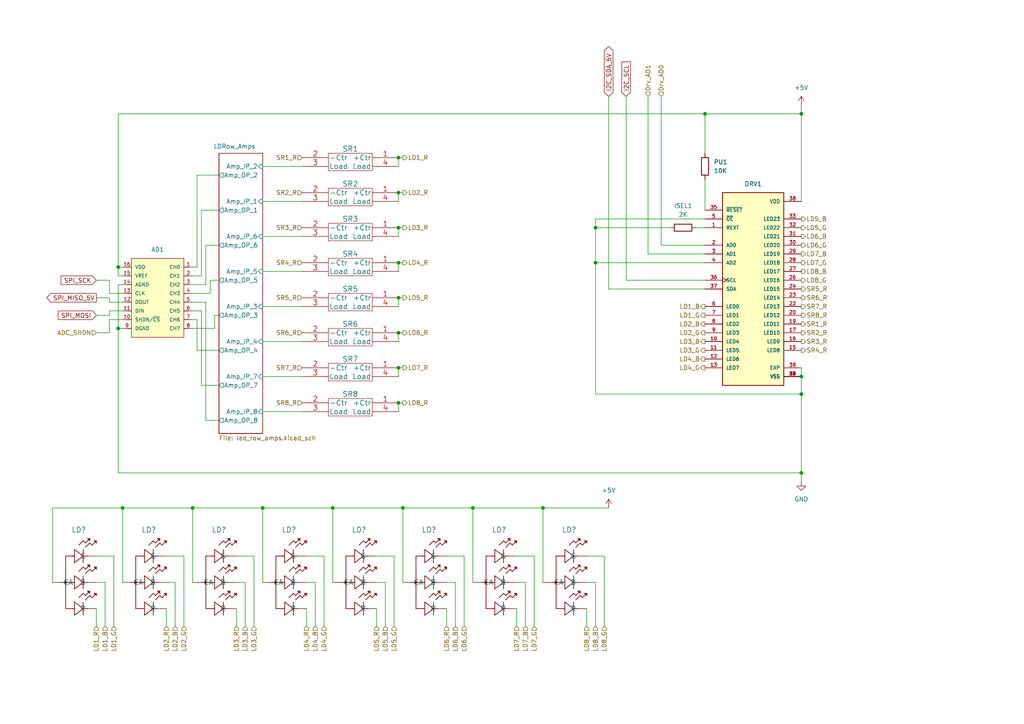
<source format=kicad_sch>
(kicad_sch (version 20211123) (generator eeschema)
  (paper "A4")
  (lib_symbols
    (symbol "ADC:MCU-MCP3008-I{brace}slash}P(DIP16-7.62MM)" (pin_names (offset 1.016))
      (property "Reference" "LED_Row_ADC_1" (at -0.381 15.24 0))
      (symbol "MCU-MCP3008-I{brace}slash}P(DIP16-7.62MM)_0_0"
        (rectangle (start -7.62 11.43) (end 7.62 -11.43) (stroke (width 0.1524)) (fill (type background)))
        (polyline (pts (xy -8.89 -8.89) (xy -7.62 -8.89)) (stroke (width 0.1524)))
        (polyline (pts (xy -8.89 -6.35) (xy -7.62 -6.35)) (stroke (width 0.1524)))
        (polyline (pts (xy -8.89 -3.81) (xy -7.62 -3.81)) (stroke (width 0.1524)))
        (polyline (pts (xy -8.89 -1.27) (xy -7.62 -1.27)) (stroke (width 0.1524)))
        (polyline (pts (xy -8.89 1.27) (xy -7.62 1.27)) (stroke (width 0.1524)))
        (polyline (pts (xy -8.89 3.81) (xy -7.62 3.81)) (stroke (width 0.1524)))
        (polyline (pts (xy -8.89 6.35) (xy -7.62 6.35)) (stroke (width 0.1524)))
        (polyline (pts (xy -8.89 8.89) (xy -7.62 8.89)) (stroke (width 0.1524)))
        (polyline (pts (xy 7.62 -8.89) (xy 8.89 -8.89)) (stroke (width 0.1524)))
        (polyline (pts (xy 7.62 -6.35) (xy 8.89 -6.35)) (stroke (width 0.1524)))
        (polyline (pts (xy 7.62 -3.81) (xy 8.89 -3.81)) (stroke (width 0.1524)))
        (polyline (pts (xy 7.62 -1.27) (xy 8.89 -1.27)) (stroke (width 0.1524)))
        (polyline (pts (xy 7.62 1.27) (xy 8.89 1.27)) (stroke (width 0.1524)))
        (polyline (pts (xy 7.62 3.81) (xy 8.89 3.81)) (stroke (width 0.1524)))
        (polyline (pts (xy 7.62 6.35) (xy 8.89 6.35)) (stroke (width 0.1524)))
        (polyline (pts (xy 7.62 8.89) (xy 8.89 8.89)) (stroke (width 0.1524)))
        (pin input line (at -10.16 8.89 0) (length 2.54) (name "CH0") (number "1"))
        (pin input line (at 10.16 -6.35 180) (length 2.54) (name "SHDN/~{CS}") (number "10"))
        (pin input line (at 10.16 -3.81 180) (length 2.54) (name "DIN") (number "11"))
        (pin output line (at 10.16 -1.27 180) (length 2.54) (name "DOUT") (number "12"))
        (pin input line (at 10.16 1.27 180) (length 2.54) (name "CLK") (number "13"))
        (pin power_in line (at 10.16 3.81 180) (length 2.54) (name "AGND") (number "14"))
        (pin input line (at 10.16 6.35 180) (length 2.54) (name "VREF") (number "15"))
        (pin power_in line (at 10.16 8.89 180) (length 2.54) (name "VDD") (number "16"))
        (pin input line (at -10.16 6.35 0) (length 2.54) (name "CH1") (number "2"))
        (pin input line (at -10.16 3.81 0) (length 2.54) (name "CH2") (number "3"))
        (pin input line (at -10.16 1.27 0) (length 2.54) (name "CH3") (number "4"))
        (pin input line (at -10.16 -1.27 0) (length 2.54) (name "CH4") (number "5"))
        (pin input line (at -10.16 -3.81 0) (length 2.54) (name "CH5") (number "6"))
        (pin input line (at -10.16 -6.35 0) (length 2.54) (name "CH6") (number "7"))
        (pin input line (at -10.16 -8.89 0) (length 2.54) (name "CH7") (number "8"))
        (pin input line (at 10.16 -8.89 180) (length 2.54) (name "DGND") (number "9"))
      )
    )
    (symbol "Device:R" (pin_numbers hide) (pin_names (offset 0))
      (property "Reference" "R" (at 2.032 0 90))
      (property "Value" "R" (at 0 0 90))
      (symbol "R_0_1"
        (rectangle (start -1.016 -2.54) (end 1.016 2.54) (stroke (width 0.254)))
      )
      (symbol "R_1_1"
        (pin passive line (at 0 3.81 270) (length 1.27) (name "~") (number "1"))
        (pin passive line (at 0 -3.81 90) (length 1.27) (name "~") (number "2"))
      )
    )
    (symbol "LED Driver:PCA9956BTWY" (pin_names (offset 1.016))
      (property "Reference" "LED_Driver_1" (at 0 30.48 0))
      (symbol "PCA9956BTWY_0_0"
        (rectangle (start -8.89 27.94) (end 8.89 -27.94) (stroke (width 0.254)) (fill (type background)))
        (pin input line (at -13.97 17.78 0) (length 5.08) (name "REXT") (number "1"))
        (pin output line (at -13.97 -15.24 0) (length 5.08) (name "LED4") (number "10"))
        (pin output line (at -13.97 -17.78 0) (length 5.08) (name "LED5") (number "11"))
        (pin output line (at -13.97 -20.32 0) (length 5.08) (name "LED6") (number "12"))
        (pin output line (at -13.97 -22.86 0) (length 5.08) (name "LED7") (number "13"))
        (pin power_in line (at 13.97 -25.4 180) (length 5.08) (name "VSS") (number "14"))
        (pin output line (at 13.97 -17.78 180) (length 5.08) (name "LED8") (number "15"))
        (pin output line (at 13.97 -15.24 180) (length 5.08) (name "LED9") (number "16"))
        (pin output line (at 13.97 -12.7 180) (length 5.08) (name "LED10") (number "17"))
        (pin power_in line (at 13.97 -25.4 180) (length 5.08) (name "VSS") (number "18"))
        (pin output line (at 13.97 -10.16 180) (length 5.08) (name "LED11") (number "19"))
        (pin input line (at -13.97 12.7 0) (length 5.08) (name "AD0") (number "2"))
        (pin output line (at 13.97 -7.62 180) (length 5.08) (name "LED12") (number "20"))
        (pin power_in line (at 13.97 -25.4 180) (length 5.08) (name "VSS") (number "21"))
        (pin output line (at 13.97 -5.08 180) (length 5.08) (name "LED13") (number "22"))
        (pin output line (at 13.97 -2.54 180) (length 5.08) (name "LED14") (number "23"))
        (pin output line (at 13.97 0 180) (length 5.08) (name "LED15") (number "24"))
        (pin power_in line (at 13.97 -25.4 180) (length 5.08) (name "VSS") (number "25"))
        (pin output line (at 13.97 2.54 180) (length 5.08) (name "LED16") (number "26"))
        (pin output line (at 13.97 5.08 180) (length 5.08) (name "LED17") (number "27"))
        (pin output line (at 13.97 7.62 180) (length 5.08) (name "LED18") (number "28"))
        (pin output line (at 13.97 10.16 180) (length 5.08) (name "LED19") (number "29"))
        (pin input line (at -13.97 10.16 0) (length 5.08) (name "AD1") (number "3"))
        (pin output line (at 13.97 12.7 180) (length 5.08) (name "LED20") (number "30"))
        (pin output line (at 13.97 15.24 180) (length 5.08) (name "LED21") (number "31"))
        (pin output line (at 13.97 17.78 180) (length 5.08) (name "LED22") (number "32"))
        (pin output line (at 13.97 20.32 180) (length 5.08) (name "LED23") (number "33"))
        (pin power_in line (at 13.97 -25.4 180) (length 5.08) (name "VSS") (number "34"))
        (pin input line (at -13.97 22.86 0) (length 5.08) (name "~{RESET}") (number "35"))
        (pin input clock (at -13.97 2.54 0) (length 5.08) (name "SCL") (number "36"))
        (pin bidirectional line (at -13.97 0 0) (length 5.08) (name "SDA") (number "37"))
        (pin power_in line (at 13.97 25.4 180) (length 5.08) (name "VDD") (number "38"))
        (pin power_in line (at 13.97 -22.86 180) (length 5.08) (name "EXP") (number "39"))
        (pin input line (at -13.97 7.62 0) (length 5.08) (name "AD2") (number "4"))
        (pin input line (at -13.97 20.32 0) (length 5.08) (name "~{OE}") (number "5"))
        (pin output line (at -13.97 -5.08 0) (length 5.08) (name "LED0") (number "6"))
        (pin output line (at -13.97 -7.62 0) (length 5.08) (name "LED1") (number "7"))
        (pin output line (at -13.97 -10.16 0) (length 5.08) (name "LED2") (number "8"))
        (pin output line (at -13.97 -12.7 0) (length 5.08) (name "LED3") (number "9"))
      )
    )
    (symbol "RGB LED:WP154A4SEJ3VBDZGC{brace}slash}CA" (pin_numbers hide)
      (property "Reference" "LED" (at 5.08 -11.43 0))
      (property "Value" "WP154A4SEJ3VBDZGC{brace}slash}CA" (at 5.08 -13.97 0))
      (symbol "WP154A4SEJ3VBDZGC{brace}slash}CA_1_1"
        (polyline (pts (xy 2.54 0) (xy 6.0198 0)) (stroke (width 0.2032)))
        (polyline (pts (xy 3.81 -7.62) (xy 6.0198 -7.62)) (stroke (width 0.2032)))
        (polyline (pts (xy 3.81 7.62) (xy 3.81 -7.62)) (stroke (width 0.2032)))
        (polyline (pts (xy 3.81 7.62) (xy 6.0198 7.62)) (stroke (width 0.2032)))
        (polyline (pts (xy 5.715 -7.62) (xy 6.35 -7.62)) (stroke (width 0.2032)))
        (polyline (pts (xy 5.715 0) (xy 6.35 0)) (stroke (width 0.2032)))
        (polyline (pts (xy 5.715 7.62) (xy 6.35 7.62)) (stroke (width 0.2032)))
        (polyline (pts (xy 6.35 -9.525) (xy 8.89 -7.62)) (stroke (width 0.2032)))
        (polyline (pts (xy 6.35 -5.715) (xy 6.35 -9.525)) (stroke (width 0.2032)))
        (polyline (pts (xy 6.35 -1.905) (xy 8.89 0)) (stroke (width 0.2032)))
        (polyline (pts (xy 6.35 1.905) (xy 6.35 -1.905)) (stroke (width 0.2032)))
        (polyline (pts (xy 6.35 5.715) (xy 8.89 7.62)) (stroke (width 0.2032)))
        (polyline (pts (xy 6.35 9.525) (xy 6.35 5.715)) (stroke (width 0.2032)))
        (polyline (pts (xy 7.62 -4.445) (xy 8.89 -3.175)) (stroke (width 0.2032)))
        (polyline (pts (xy 7.62 3.175) (xy 8.89 4.445)) (stroke (width 0.2032)))
        (polyline (pts (xy 7.62 10.795) (xy 8.89 12.065)) (stroke (width 0.2032)))
        (polyline (pts (xy 8.89 -9.525) (xy 8.89 -5.715)) (stroke (width 0.2032)))
        (polyline (pts (xy 8.89 -7.62) (xy 6.35 -5.715)) (stroke (width 0.2032)))
        (polyline (pts (xy 8.89 -7.62) (xy 10.16 -7.62)) (stroke (width 0.2032)))
        (polyline (pts (xy 8.89 -3.175) (xy 9.525 -3.81)) (stroke (width 0.2032)))
        (polyline (pts (xy 8.89 -1.905) (xy 8.89 1.905)) (stroke (width 0.2032)))
        (polyline (pts (xy 8.89 0) (xy 6.35 1.905)) (stroke (width 0.2032)))
        (polyline (pts (xy 8.89 0) (xy 10.16 0)) (stroke (width 0.2032)))
        (polyline (pts (xy 8.89 4.445) (xy 9.525 3.81)) (stroke (width 0.2032)))
        (polyline (pts (xy 8.89 5.715) (xy 8.89 9.525)) (stroke (width 0.2032)))
        (polyline (pts (xy 8.89 7.62) (xy 6.35 9.525)) (stroke (width 0.2032)))
        (polyline (pts (xy 8.89 7.62) (xy 10.16 7.62)) (stroke (width 0.2032)))
        (polyline (pts (xy 8.89 12.065) (xy 9.525 11.43)) (stroke (width 0.2032)))
        (polyline (pts (xy 9.525 -5.08) (xy 10.795 -3.81)) (stroke (width 0.2032)))
        (polyline (pts (xy 9.525 -3.81) (xy 10.795 -2.54)) (stroke (width 0.2032)))
        (polyline (pts (xy 9.525 2.54) (xy 10.795 3.81)) (stroke (width 0.2032)))
        (polyline (pts (xy 9.525 3.81) (xy 10.795 5.08)) (stroke (width 0.2032)))
        (polyline (pts (xy 9.525 10.16) (xy 10.795 11.43)) (stroke (width 0.2032)))
        (polyline (pts (xy 9.525 11.43) (xy 10.795 12.7)) (stroke (width 0.2032)))
        (polyline (pts (xy 10.16 -2.54) (xy 10.795 -3.175)) (stroke (width 0.2032)))
        (polyline (pts (xy 10.16 5.08) (xy 10.795 4.445)) (stroke (width 0.2032)))
        (polyline (pts (xy 10.16 12.7) (xy 10.795 12.065)) (stroke (width 0.2032)))
        (polyline (pts (xy 10.795 -3.81) (xy 11.43 -4.445)) (stroke (width 0.2032)))
        (polyline (pts (xy 10.795 -3.175) (xy 10.795 -2.54)) (stroke (width 0.2032)))
        (polyline (pts (xy 10.795 -2.54) (xy 10.16 -2.54)) (stroke (width 0.2032)))
        (polyline (pts (xy 10.795 3.81) (xy 11.43 3.175)) (stroke (width 0.2032)))
        (polyline (pts (xy 10.795 4.445) (xy 10.795 5.08)) (stroke (width 0.2032)))
        (polyline (pts (xy 10.795 5.08) (xy 10.16 5.08)) (stroke (width 0.2032)))
        (polyline (pts (xy 10.795 11.43) (xy 11.43 10.795)) (stroke (width 0.2032)))
        (polyline (pts (xy 10.795 12.065) (xy 10.795 12.7)) (stroke (width 0.2032)))
        (polyline (pts (xy 10.795 12.7) (xy 10.16 12.7)) (stroke (width 0.2032)))
        (polyline (pts (xy 11.43 -4.445) (xy 12.7 -3.175)) (stroke (width 0.2032)))
        (polyline (pts (xy 11.43 3.175) (xy 12.7 4.445)) (stroke (width 0.2032)))
        (polyline (pts (xy 11.43 10.795) (xy 12.7 12.065)) (stroke (width 0.2032)))
        (polyline (pts (xy 12.065 -3.175) (xy 12.7 -3.81)) (stroke (width 0.2032)))
        (polyline (pts (xy 12.065 4.445) (xy 12.7 3.81)) (stroke (width 0.2032)))
        (polyline (pts (xy 12.065 12.065) (xy 12.7 11.43)) (stroke (width 0.2032)))
        (polyline (pts (xy 12.7 -3.81) (xy 12.7 -3.175)) (stroke (width 0.2032)))
        (polyline (pts (xy 12.7 -3.175) (xy 12.065 -3.175)) (stroke (width 0.2032)))
        (polyline (pts (xy 12.7 3.81) (xy 12.7 4.445)) (stroke (width 0.2032)))
        (polyline (pts (xy 12.7 4.445) (xy 12.065 4.445)) (stroke (width 0.2032)))
        (polyline (pts (xy 12.7 11.43) (xy 12.7 12.065)) (stroke (width 0.2032)))
        (polyline (pts (xy 12.7 12.065) (xy 12.065 12.065)) (stroke (width 0.2032)))
        (arc (start 3.81 -0.254) (mid 3.81 0.254) (end 3.81 -0.254) (stroke (width 0.254)))
        (circle (center 3.81 0) (radius 0.254) (stroke (width 0.254)))
        (pin unspecified line (at 12.7 -7.62 180) (length 2.54) (name "R") (number "1"))
        (pin power_in line (at 0 0 0) (length 2.54) (name "CA") (number "2"))
        (pin unspecified line (at 12.7 0 180) (length 2.54) (name "B") (number "3"))
        (pin unspecified line (at 12.7 7.62 180) (length 2.54) (name "G") (number "4"))
      )
    )
    (symbol "SSR:TLP4176ATP_F" (pin_names (offset 0.254))
      (property "Reference" "Q" (at 0 3.81 0))
      (symbol "TLP4176ATP_F_1_1"
        (polyline (pts (xy -6.35 -2.54) (xy 6.35 -2.54)) (stroke (width 0.127)))
        (polyline (pts (xy -6.35 2.54) (xy -6.35 -2.54)) (stroke (width 0.127)))
        (polyline (pts (xy 6.35 -2.54) (xy 6.35 2.54)) (stroke (width 0.127)))
        (polyline (pts (xy 6.35 2.54) (xy -6.35 2.54)) (stroke (width 0.127)))
        (pin unspecified line (at 13.97 1.27 180) (length 7.62) (name "+Ctr") (number "1"))
        (pin unspecified line (at -13.97 1.27 0) (length 7.62) (name "-Ctr") (number "2"))
        (pin unspecified line (at -13.97 -1.27 0) (length 7.62) (name "Load") (number "3"))
        (pin unspecified line (at 13.97 -1.27 180) (length 7.62) (name "Load") (number "4"))
      )
    )
    (symbol "power:+5V" (power) (pin_names (offset 0))
      (property "Value" "+5V" (at 0 3.556 0))
      (symbol "+5V_0_1"
        (polyline (pts (xy -0.762 1.27) (xy 0 2.54)))
        (polyline (pts (xy 0 0) (xy 0 2.54)))
        (polyline (pts (xy 0 2.54) (xy 0.762 1.27)))
      )
      (symbol "+5V_1_1"
        (pin power_in line (at 0 0 90) (length 0) hide (name "+5V") (number "1"))
      )
    )
    (symbol "power:GND" (power) (pin_names (offset 0))
      (property "Value" "GND" (at 0 -3.81 0))
      (symbol "GND_0_1"
        (polyline (pts (xy 0 0) (xy 0 -1.27) (xy 1.27 -1.27) (xy 0 -2.54) (xy -1.27 -1.27) (xy 0 -1.27)))
      )
      (symbol "GND_1_1"
        (pin power_in line (at 0 0 270) (length 0) hide (name "GND") (number "1"))
      )
    )
  )
  (junction (at 137.16 147.32))
  (junction (at 34.29 95.25))
  (junction (at 172.72 76.2))
  (junction (at 115.57 66.04))
  (junction (at 232.41 114.3))
  (junction (at 115.57 45.72))
  (junction (at 172.72 66.04))
  (junction (at 116.84 147.32))
  (junction (at 115.57 116.84))
  (junction (at 55.88 147.32))
  (junction (at 115.57 86.36))
  (junction (at 115.57 106.68))
  (junction (at 232.41 33.02))
  (junction (at 34.29 77.47))
  (junction (at 115.57 76.2))
  (junction (at 232.41 109.22))
  (junction (at 96.52 147.32))
  (junction (at 115.57 55.88))
  (junction (at 35.56 147.32))
  (junction (at 232.41 137.16))
  (junction (at 76.2 147.32))
  (junction (at 204.47 33.02))
  (junction (at 115.57 96.52))
  (junction (at 157.48 147.32))
  (wire (pts (xy 53.34 161.29) (xy 53.34 181.61)))
  (wire (pts (xy 134.62 161.29) (xy 134.62 181.61)))
  (wire (pts (xy 63.5 60.96) (xy 58.42 60.96)))
  (wire (pts (xy 48.26 176.53) (xy 48.26 181.61)))
  (wire (pts (xy 175.26 161.29) (xy 175.26 181.61)))
  (wire (pts (xy 27.94 168.91) (xy 30.48 168.91)))
  (wire (pts (xy 154.94 161.29) (xy 154.94 181.61)))
  (wire (pts (xy 115.57 78.74) (xy 115.57 76.2)))
  (wire (pts (xy 132.08 168.91) (xy 132.08 181.61)))
  (wire (pts (xy 76.2 48.26) (xy 87.63 48.26)))
  (wire (pts (xy 76.2 119.38) (xy 87.63 119.38)))
  (wire (pts (xy 172.72 66.04) (xy 172.72 63.5)))
  (wire (pts (xy 31.75 96.52) (xy 31.75 92.71)))
  (wire (pts (xy 232.41 106.68) (xy 232.41 109.22)))
  (wire (pts (xy 68.58 168.91) (xy 71.12 168.91)))
  (wire (pts (xy 55.88 147.32) (xy 76.2 147.32)))
  (wire (pts (xy 115.57 58.42) (xy 115.57 55.88)))
  (wire (pts (xy 157.48 147.32) (xy 176.53 147.32)))
  (wire (pts (xy 109.22 161.29) (xy 114.3 161.29)))
  (wire (pts (xy 34.29 77.47) (xy 34.29 80.01)))
  (wire (pts (xy 76.2 58.42) (xy 87.63 58.42)))
  (wire (pts (xy 129.54 161.29) (xy 134.62 161.29)))
  (wire (pts (xy 57.15 101.6) (xy 57.15 92.71)))
  (wire (pts (xy 191.77 27.94) (xy 191.77 71.12)))
  (wire (pts (xy 34.29 80.01) (xy 35.56 80.01)))
  (wire (pts (xy 115.57 66.04) (xy 116.84 66.04)))
  (wire (pts (xy 232.41 114.3) (xy 232.41 137.16)))
  (wire (pts (xy 71.12 168.91) (xy 71.12 181.61)))
  (wire (pts (xy 60.96 85.09) (xy 55.88 85.09)))
  (wire (pts (xy 152.4 168.91) (xy 152.4 181.61)))
  (wire (pts (xy 63.5 50.8) (xy 57.15 50.8)))
  (wire (pts (xy 63.5 111.76) (xy 58.42 111.76)))
  (wire (pts (xy 115.57 76.2) (xy 116.84 76.2)))
  (wire (pts (xy 60.96 81.28) (xy 60.96 85.09)))
  (wire (pts (xy 59.69 82.55) (xy 55.88 82.55)))
  (wire (pts (xy 115.57 88.9) (xy 115.57 86.36)))
  (wire (pts (xy 181.61 27.94) (xy 181.61 81.28)))
  (wire (pts (xy 170.18 168.91) (xy 172.72 168.91)))
  (wire (pts (xy 115.57 86.36) (xy 116.84 86.36)))
  (wire (pts (xy 35.56 147.32) (xy 55.88 147.32)))
  (wire (pts (xy 201.93 66.04) (xy 204.47 66.04)))
  (wire (pts (xy 58.42 90.17) (xy 55.88 90.17)))
  (wire (pts (xy 48.26 168.91) (xy 50.8 168.91)))
  (wire (pts (xy 172.72 66.04) (xy 194.31 66.04)))
  (wire (pts (xy 172.72 76.2) (xy 172.72 66.04)))
  (wire (pts (xy 35.56 147.32) (xy 35.56 168.91)))
  (wire (pts (xy 115.57 109.22) (xy 115.57 106.68)))
  (wire (pts (xy 76.2 99.06) (xy 87.63 99.06)))
  (wire (pts (xy 232.41 114.3) (xy 172.72 114.3)))
  (wire (pts (xy 109.22 168.91) (xy 111.76 168.91)))
  (wire (pts (xy 96.52 147.32) (xy 96.52 168.91)))
  (wire (pts (xy 63.5 121.92) (xy 59.69 121.92)))
  (wire (pts (xy 109.22 176.53) (xy 109.22 181.61)))
  (wire (pts (xy 115.57 96.52) (xy 116.84 96.52)))
  (wire (pts (xy 34.29 95.25) (xy 34.29 137.16)))
  (wire (pts (xy 27.94 86.36) (xy 31.75 86.36)))
  (wire (pts (xy 48.26 161.29) (xy 53.34 161.29)))
  (wire (pts (xy 129.54 168.91) (xy 132.08 168.91)))
  (wire (pts (xy 68.58 176.53) (xy 68.58 181.61)))
  (wire (pts (xy 34.29 137.16) (xy 232.41 137.16)))
  (wire (pts (xy 76.2 78.74) (xy 87.63 78.74)))
  (wire (pts (xy 115.57 48.26) (xy 115.57 45.72)))
  (wire (pts (xy 116.84 147.32) (xy 137.16 147.32)))
  (wire (pts (xy 88.9 161.29) (xy 93.98 161.29)))
  (wire (pts (xy 58.42 60.96) (xy 58.42 80.01)))
  (wire (pts (xy 59.69 71.12) (xy 59.69 82.55)))
  (wire (pts (xy 115.57 99.06) (xy 115.57 96.52)))
  (wire (pts (xy 31.75 91.44) (xy 31.75 90.17)))
  (wire (pts (xy 31.75 92.71) (xy 35.56 92.71)))
  (wire (pts (xy 34.29 95.25) (xy 35.56 95.25)))
  (wire (pts (xy 115.57 45.72) (xy 116.84 45.72)))
  (wire (pts (xy 50.8 168.91) (xy 50.8 181.61)))
  (wire (pts (xy 59.69 121.92) (xy 59.69 87.63)))
  (wire (pts (xy 57.15 77.47) (xy 55.88 77.47)))
  (wire (pts (xy 76.2 109.22) (xy 87.63 109.22)))
  (wire (pts (xy 170.18 176.53) (xy 170.18 181.61)))
  (wire (pts (xy 63.5 71.12) (xy 59.69 71.12)))
  (wire (pts (xy 27.94 81.28) (xy 31.75 81.28)))
  (wire (pts (xy 204.47 33.02) (xy 204.47 44.45)))
  (wire (pts (xy 73.66 161.29) (xy 73.66 181.61)))
  (wire (pts (xy 34.29 77.47) (xy 34.29 33.02)))
  (wire (pts (xy 30.48 168.91) (xy 30.48 181.61)))
  (wire (pts (xy 33.02 161.29) (xy 33.02 181.61)))
  (wire (pts (xy 58.42 80.01) (xy 55.88 80.01)))
  (wire (pts (xy 116.84 147.32) (xy 116.84 168.91)))
  (wire (pts (xy 68.58 161.29) (xy 73.66 161.29)))
  (wire (pts (xy 76.2 147.32) (xy 76.2 168.91)))
  (wire (pts (xy 15.24 147.32) (xy 35.56 147.32)))
  (wire (pts (xy 232.41 30.48) (xy 232.41 33.02)))
  (wire (pts (xy 187.96 73.66) (xy 204.47 73.66)))
  (wire (pts (xy 176.53 83.82) (xy 204.47 83.82)))
  (wire (pts (xy 172.72 114.3) (xy 172.72 76.2)))
  (wire (pts (xy 176.53 27.94) (xy 176.53 83.82)))
  (wire (pts (xy 57.15 92.71) (xy 55.88 92.71)))
  (wire (pts (xy 191.77 71.12) (xy 204.47 71.12)))
  (wire (pts (xy 93.98 161.29) (xy 93.98 181.61)))
  (wire (pts (xy 27.94 96.52) (xy 31.75 96.52)))
  (wire (pts (xy 35.56 77.47) (xy 34.29 77.47)))
  (wire (pts (xy 76.2 147.32) (xy 96.52 147.32)))
  (wire (pts (xy 96.52 147.32) (xy 116.84 147.32)))
  (wire (pts (xy 114.3 161.29) (xy 114.3 181.61)))
  (wire (pts (xy 232.41 109.22) (xy 232.41 114.3)))
  (wire (pts (xy 137.16 147.32) (xy 137.16 168.91)))
  (wire (pts (xy 31.75 87.63) (xy 35.56 87.63)))
  (wire (pts (xy 187.96 27.94) (xy 187.96 73.66)))
  (wire (pts (xy 115.57 55.88) (xy 116.84 55.88)))
  (wire (pts (xy 88.9 176.53) (xy 88.9 181.61)))
  (wire (pts (xy 172.72 76.2) (xy 204.47 76.2)))
  (wire (pts (xy 88.9 168.91) (xy 91.44 168.91)))
  (wire (pts (xy 55.88 147.32) (xy 55.88 168.91)))
  (wire (pts (xy 59.69 87.63) (xy 55.88 87.63)))
  (wire (pts (xy 91.44 168.91) (xy 91.44 181.61)))
  (wire (pts (xy 27.94 161.29) (xy 33.02 161.29)))
  (wire (pts (xy 149.86 168.91) (xy 152.4 168.91)))
  (wire (pts (xy 31.75 81.28) (xy 31.75 85.09)))
  (wire (pts (xy 129.54 176.53) (xy 129.54 181.61)))
  (wire (pts (xy 115.57 116.84) (xy 116.84 116.84)))
  (wire (pts (xy 232.41 33.02) (xy 232.41 58.42)))
  (wire (pts (xy 15.24 168.91) (xy 15.24 147.32)))
  (wire (pts (xy 76.2 68.58) (xy 87.63 68.58)))
  (wire (pts (xy 149.86 176.53) (xy 149.86 181.61)))
  (wire (pts (xy 58.42 111.76) (xy 58.42 90.17)))
  (wire (pts (xy 115.57 119.38) (xy 115.57 116.84)))
  (wire (pts (xy 149.86 161.29) (xy 154.94 161.29)))
  (wire (pts (xy 115.57 68.58) (xy 115.57 66.04)))
  (wire (pts (xy 111.76 168.91) (xy 111.76 181.61)))
  (wire (pts (xy 35.56 82.55) (xy 34.29 82.55)))
  (wire (pts (xy 172.72 63.5) (xy 204.47 63.5)))
  (wire (pts (xy 137.16 147.32) (xy 157.48 147.32)))
  (wire (pts (xy 63.5 91.44) (xy 62.23 91.44)))
  (wire (pts (xy 34.29 82.55) (xy 34.29 95.25)))
  (wire (pts (xy 63.5 81.28) (xy 60.96 81.28)))
  (wire (pts (xy 157.48 147.32) (xy 157.48 168.91)))
  (wire (pts (xy 63.5 101.6) (xy 57.15 101.6)))
  (wire (pts (xy 204.47 33.02) (xy 232.41 33.02)))
  (wire (pts (xy 57.15 50.8) (xy 57.15 77.47)))
  (wire (pts (xy 31.75 85.09) (xy 35.56 85.09)))
  (wire (pts (xy 232.41 137.16) (xy 232.41 139.7)))
  (wire (pts (xy 27.94 176.53) (xy 27.94 181.61)))
  (wire (pts (xy 34.29 33.02) (xy 204.47 33.02)))
  (wire (pts (xy 181.61 81.28) (xy 204.47 81.28)))
  (wire (pts (xy 31.75 86.36) (xy 31.75 87.63)))
  (wire (pts (xy 115.57 106.68) (xy 116.84 106.68)))
  (wire (pts (xy 170.18 161.29) (xy 175.26 161.29)))
  (wire (pts (xy 62.23 95.25) (xy 55.88 95.25)))
  (wire (pts (xy 62.23 91.44) (xy 62.23 95.25)))
  (wire (pts (xy 172.72 168.91) (xy 172.72 181.61)))
  (wire (pts (xy 27.94 91.44) (xy 31.75 91.44)))
  (wire (pts (xy 204.47 52.07) (xy 204.47 60.96)))
  (wire (pts (xy 31.75 90.17) (xy 35.56 90.17)))
  (wire (pts (xy 76.2 88.9) (xy 87.63 88.9)))
  (global_label "I2C_SDA_5V" (shape bidirectional) (at 176.53 27.94 90) (property "Intersheet References" "${INTERSHEET_REFS}" (effects hide)))
  (global_label "SPI_MOSI" (shape input) (at 27.94 91.44 180) (property "Intersheet References" "${INTERSHEET_REFS}" (effects hide)))
  (global_label "I2C_SCL" (shape input) (at 181.61 27.94 90) (property "Intersheet References" "${INTERSHEET_REFS}" (effects hide)))
  (global_label "SPI_MISO_5V" (shape output) (at 27.94 86.36 180) (property "Intersheet References" "${INTERSHEET_REFS}" (effects hide)))
  (global_label "SPI_SCK" (shape input) (at 27.94 81.28 180) (property "Intersheet References" "${INTERSHEET_REFS}" (effects hide)))
  (hierarchical_label "LD8_B" (shape output) (at 232.41 78.74 0))
  (hierarchical_label "SR4_R" (shape output) (at 232.41 101.6 0))
  (hierarchical_label "LD1_R" (shape output) (at 116.84 45.72 0))
  (hierarchical_label "SR8_R" (shape input) (at 87.63 116.84 180))
  (hierarchical_label "LD6_B" (shape output) (at 232.41 68.58 0))
  (hierarchical_label "LD3_B" (shape input) (at 71.12 181.61 270))
  (hierarchical_label "SR5_R" (shape output) (at 232.41 83.82 0))
  (hierarchical_label "ADC_SHDN" (shape input) (at 27.94 96.52 180))
  (hierarchical_label "LD5_R" (shape output) (at 116.84 86.36 0))
  (hierarchical_label "SR4_R" (shape input) (at 87.63 76.2 180))
  (hierarchical_label "LD5_G" (shape output) (at 232.41 66.04 0))
  (hierarchical_label "LD1_B" (shape output) (at 204.47 88.9 180))
  (hierarchical_label "LD7_R" (shape output) (at 116.84 106.68 0))
  (hierarchical_label "LD4_G" (shape input) (at 93.98 181.61 270))
  (hierarchical_label "LD2_G" (shape input) (at 53.34 181.61 270))
  (hierarchical_label "LD3_G" (shape output) (at 204.47 101.6 180))
  (hierarchical_label "LD5_B" (shape output) (at 232.41 63.5 0))
  (hierarchical_label "LD1_R" (shape input) (at 27.94 181.61 270))
  (hierarchical_label "LD8_R" (shape input) (at 170.18 181.61 270))
  (hierarchical_label "LD4_G" (shape output) (at 204.47 106.68 180))
  (hierarchical_label "LD4_B" (shape input) (at 91.44 181.61 270))
  (hierarchical_label "SR3_R" (shape input) (at 87.63 66.04 180))
  (hierarchical_label "LD3_B" (shape output) (at 204.47 99.06 180))
  (hierarchical_label "LD8_R" (shape output) (at 116.84 116.84 0))
  (hierarchical_label "LD4_R" (shape output) (at 116.84 76.2 0))
  (hierarchical_label "LD4_B" (shape output) (at 204.47 104.14 180))
  (hierarchical_label "LD6_B" (shape input) (at 132.08 181.61 270))
  (hierarchical_label "LD1_G" (shape input) (at 33.02 181.61 270))
  (hierarchical_label "LD5_B" (shape input) (at 111.76 181.61 270))
  (hierarchical_label "SR5_R" (shape input) (at 87.63 86.36 180))
  (hierarchical_label "LD2_G" (shape output) (at 204.47 96.52 180))
  (hierarchical_label "LD7_R" (shape input) (at 149.86 181.61 270))
  (hierarchical_label "LD7_G" (shape input) (at 154.94 181.61 270))
  (hierarchical_label "SR7_R" (shape output) (at 232.41 88.9 0))
  (hierarchical_label "LD8_B" (shape input) (at 172.72 181.61 270))
  (hierarchical_label "LD7_G" (shape output) (at 232.41 76.2 0))
  (hierarchical_label "SR6_R" (shape output) (at 232.41 86.36 0))
  (hierarchical_label "LD1_B" (shape input) (at 30.48 181.61 270))
  (hierarchical_label "LD6_G" (shape input) (at 134.62 181.61 270))
  (hierarchical_label "SR2_R" (shape output) (at 232.41 96.52 0))
  (hierarchical_label "LD3_R" (shape input) (at 68.58 181.61 270))
  (hierarchical_label "LD6_R" (shape input) (at 129.54 181.61 270))
  (hierarchical_label "SR3_R" (shape output) (at 232.41 99.06 0))
  (hierarchical_label "SR6_R" (shape input) (at 87.63 96.52 180))
  (hierarchical_label "LD4_R" (shape input) (at 88.9 181.61 270))
  (hierarchical_label "LD5_R" (shape input) (at 109.22 181.61 270))
  (hierarchical_label "LD6_R" (shape output) (at 116.84 96.52 0))
  (hierarchical_label "Drv_AD1" (shape input) (at 187.96 27.94 90))
  (hierarchical_label "SR2_R" (shape input) (at 87.63 55.88 180))
  (hierarchical_label "LD2_R" (shape output) (at 116.84 55.88 0))
  (hierarchical_label "LD5_G" (shape input) (at 114.3 181.61 270))
  (hierarchical_label "Drv_AD0" (shape input) (at 191.77 27.94 90))
  (hierarchical_label "LD1_G" (shape output) (at 204.47 91.44 180))
  (hierarchical_label "SR7_R" (shape input) (at 87.63 106.68 180))
  (hierarchical_label "LD6_G" (shape output) (at 232.41 71.12 0))
  (hierarchical_label "LD3_R" (shape output) (at 116.84 66.04 0))
  (hierarchical_label "LD2_B" (shape input) (at 50.8 181.61 270))
  (hierarchical_label "LD8_G" (shape input) (at 175.26 181.61 270))
  (hierarchical_label "LD7_B" (shape output) (at 232.41 73.66 0))
  (hierarchical_label "SR8_R" (shape output) (at 232.41 91.44 0))
  (hierarchical_label "LD2_B" (shape output) (at 204.47 93.98 180))
  (hierarchical_label "LD8_G" (shape output) (at 232.41 81.28 0))
  (hierarchical_label "LD2_R" (shape input) (at 48.26 181.61 270))
  (hierarchical_label "LD3_G" (shape input) (at 73.66 181.61 270))
  (hierarchical_label "LD7_B" (shape input) (at 152.4 181.61 270))
  (hierarchical_label "SR1_R" (shape input) (at 87.63 45.72 180))
  (hierarchical_label "SR1_R" (shape output) (at 232.41 93.98 0))
  (symbol (lib_id "SSR:TLP4176ATP_F") (at 101.6 87.63 0) (unit 1)
    (property "Reference" "SR5" (at 101.6 83.82 0) (effects (font (size 1.524 1.524))))
    (property "Value" "TLP4176ATP_F" (effects hide))
    (property "Footprint" "SSR:footprints" (effects hide))
  )
  (symbol (lib_id "SSR:TLP4176ATP_F") (at 101.6 118.11 0) (unit 1)
    (property "Reference" "SR8" (at 101.6 114.3 0) (effects (font (size 1.524 1.524))))
    (property "Value" "TLP4176ATP_F" (effects hide))
    (property "Footprint" "SSR:footprints" (effects hide))
  )
  (symbol (lib_id "ADC:MCU-MCP3008-I{brace}slash}P(DIP16-7.62MM)") (at 45.72 86.36 0) (mirror y) (unit 1)
    (property "Reference" "AD1" (at 45.72 72.39 0))
    (property "Value" "MCU-MCP3008-I/P(DIP16-7.62MM)" (effects hide))
    (property "Footprint" "ADC:MCP3008-I&slash_P" (effects hide))
    (property "MPN" "MCP3008-I/P" (effects hide))
    (property "VALUE" "MCP3008-I/P-DIP16" (effects hide))
  )
  (symbol (lib_id "SSR:TLP4176ATP_F") (at 101.6 97.79 0) (unit 1)
    (property "Reference" "SR6" (at 101.6 93.98 0) (effects (font (size 1.524 1.524))))
    (property "Value" "TLP4176ATP_F" (effects hide))
    (property "Footprint" "SSR:footprints" (effects hide))
  )
  (symbol (lib_id "SSR:TLP4176ATP_F") (at 101.6 57.15 0) (unit 1)
    (property "Reference" "SR2" (at 101.6 53.34 0) (effects (font (size 1.524 1.524))))
    (property "Value" "TLP4176ATP_F" (effects hide))
    (property "Footprint" "SSR:footprints" (effects hide))
  )
  (symbol (lib_id "RGB LED:WP154A4SEJ3VBDZGC{brace}slash}CA") (at 55.88 168.91 0) (unit 1)
    (property "Reference" "LD?" (at 63.5 153.67 0) (effects (font (size 1.524 1.524))))
    (property "Value" "WP154A4SEJ3VBDZGC{slash}CA" (effects hide))
    (property "Footprint" "RGB LED:WP154A4SEJ3VBDZGC&slash_CA" (effects hide))
  )
  (symbol (lib_id "Device:R") (at 198.12 66.04 90) (mirror x) (unit 1)
    (property "Reference" "ISEL1" (at 198.12 59.69 90))
    (property "Value" "2K" (at 198.12 62.23 90))
    (property "Footprint" "Resistor TH:footprints" (effects hide))
  )
  (symbol (lib_id "LED Driver:PCA9956BTWY") (at 218.44 83.82 0) (unit 1)
    (property "Reference" "DRV1" (at 218.44 53.34 0))
    (property "Value" "PCA9956BTWY" (effects hide))
    (property "Footprint" "LED Driver:SOP50P640X110-39N" (effects hide))
    (property "PARTREV" "1.1" (effects hide))
    (property "MAXIMUM_PACKAGE_HEIGHT" "1.1mm" (effects hide))
    (property "MANUFACTURER" "NXP" (effects hide))
    (property "STANDARD" "IPC7351B" (effects hide))
  )
  (symbol (lib_id "RGB LED:WP154A4SEJ3VBDZGC{brace}slash}CA") (at 96.52 168.91 0) (unit 1)
    (property "Reference" "LD?" (at 104.14 153.67 0) (effects (font (size 1.524 1.524))))
    (property "Value" "WP154A4SEJ3VBDZGC{slash}CA" (effects hide))
    (property "Footprint" "RGB LED:WP154A4SEJ3VBDZGC&slash_CA" (effects hide))
  )
  (symbol (lib_id "SSR:TLP4176ATP_F") (at 101.6 107.95 0) (unit 1)
    (property "Reference" "SR7" (at 101.6 104.14 0) (effects (font (size 1.524 1.524))))
    (property "Value" "TLP4176ATP_F" (effects hide))
    (property "Footprint" "SSR:footprints" (effects hide))
  )
  (symbol (lib_id "SSR:TLP4176ATP_F") (at 101.6 67.31 0) (unit 1)
    (property "Reference" "SR3" (at 101.6 63.5 0) (effects (font (size 1.524 1.524))))
    (property "Value" "TLP4176ATP_F" (effects hide))
    (property "Footprint" "SSR:footprints" (effects hide))
  )
  (symbol (lib_id "RGB LED:WP154A4SEJ3VBDZGC{brace}slash}CA") (at 137.16 168.91 0) (unit 1)
    (property "Reference" "LD?" (at 144.78 153.67 0) (effects (font (size 1.524 1.524))))
    (property "Value" "WP154A4SEJ3VBDZGC{slash}CA" (effects hide))
    (property "Footprint" "RGB LED:WP154A4SEJ3VBDZGC&slash_CA" (effects hide))
  )
  (symbol (lib_id "power:+5V") (at 232.41 30.48 0) (unit 1)
    (property "Reference" "#PWR0106" (effects hide))
    (property "Value" "+5V" (at 232.41 25.4 0))
  )
  (symbol (lib_id "SSR:TLP4176ATP_F") (at 101.6 77.47 0) (unit 1)
    (property "Reference" "SR4" (at 101.6 73.66 0) (effects (font (size 1.524 1.524))))
    (property "Value" "TLP4176ATP_F" (effects hide))
    (property "Footprint" "SSR:footprints" (effects hide))
  )
  (symbol (lib_id "RGB LED:WP154A4SEJ3VBDZGC{brace}slash}CA") (at 35.56 168.91 0) (unit 1)
    (property "Reference" "LD?" (at 43.18 153.67 0) (effects (font (size 1.524 1.524))))
    (property "Value" "WP154A4SEJ3VBDZGC{slash}CA" (effects hide))
    (property "Footprint" "RGB LED:WP154A4SEJ3VBDZGC&slash_CA" (effects hide))
  )
  (symbol (lib_id "power:+5V") (at 176.53 147.32 0) (unit 1)
    (property "Reference" "#PWR?" (effects hide))
    (property "Value" "+5V" (at 176.53 142.24 0))
  )
  (symbol (lib_id "power:GND") (at 232.41 139.7 0) (unit 1)
    (property "Reference" "#PWR0105" (effects hide))
    (property "Value" "GND" (at 232.41 144.78 0))
  )
  (symbol (lib_id "RGB LED:WP154A4SEJ3VBDZGC{brace}slash}CA") (at 116.84 168.91 0) (unit 1)
    (property "Reference" "LD?" (at 124.46 153.67 0) (effects (font (size 1.524 1.524))))
    (property "Value" "WP154A4SEJ3VBDZGC{slash}CA" (effects hide))
    (property "Footprint" "RGB LED:WP154A4SEJ3VBDZGC&slash_CA" (effects hide))
  )
  (symbol (lib_id "RGB LED:WP154A4SEJ3VBDZGC{brace}slash}CA") (at 15.24 168.91 0) (unit 1)
    (property "Reference" "LD?" (at 22.86 153.67 0) (effects (font (size 1.524 1.524))))
    (property "Value" "WP154A4SEJ3VBDZGC{slash}CA" (effects hide))
    (property "Footprint" "RGB LED:WP154A4SEJ3VBDZGC&slash_CA" (effects hide))
  )
  (symbol (lib_id "RGB LED:WP154A4SEJ3VBDZGC{brace}slash}CA") (at 157.48 168.91 0) (unit 1)
    (property "Reference" "LD?" (at 165.1 153.67 0) (effects (font (size 1.524 1.524))))
    (property "Value" "WP154A4SEJ3VBDZGC{slash}CA" (effects hide))
    (property "Footprint" "RGB LED:WP154A4SEJ3VBDZGC&slash_CA" (effects hide))
  )
  (symbol (lib_id "Device:R") (at 204.47 48.26 0) (unit 1)
    (property "Reference" "PU1" (at 207.01 46.9899 0) (effects (justify left)))
    (property "Value" "10K" (at 207.01 49.5299 0) (effects (justify left)))
    (property "Footprint" "Resistor TH:footprints" (effects hide))
  )
  (symbol (lib_id "SSR:TLP4176ATP_F") (at 101.6 46.99 0) (unit 1)
    (property "Reference" "SR1" (at 101.6 43.18 0) (effects (font (size 1.524 1.524))))
    (property "Value" "TLP4176ATP_F" (effects hide))
    (property "Footprint" "SSR:footprints" (effects hide))
  )
  (symbol (lib_id "RGB LED:WP154A4SEJ3VBDZGC{brace}slash}CA") (at 76.2 168.91 0) (unit 1)
    (property "Reference" "LD?" (at 83.82 153.67 0) (effects (font (size 1.524 1.524))))
    (property "Value" "WP154A4SEJ3VBDZGC{slash}CA" (effects hide))
    (property "Footprint" "RGB LED:WP154A4SEJ3VBDZGC&slash_CA" (effects hide))
  )
  (sheet (at 63.5 44.45) (size 12.7 81.28) (stroke (width 0.1524))
    (property "Sheet name" " LDRow_Amps" (at 60.96 43.18 0) (effects (justify left bottom)))
    (property "Sheet file" "led_row_amps.kicad_sch" (at 63.5 126.3146 0) (effects (justify left top)))
    (pin "Amp_OP_4" output (at 63.5 101.6 180))
    (pin "Amp_OP_1" output (at 63.5 60.96 180))
    (pin "Amp_OP_3" output (at 63.5 91.44 180))
    (pin "Amp_OP_2" output (at 63.5 50.8 180))
    (pin "Amp_OP_7" output (at 63.5 111.76 180))
    (pin "Amp_OP_6" output (at 63.5 71.12 180))
    (pin "Amp_OP_8" output (at 63.5 121.92 180))
    (pin "Amp_OP_5" output (at 63.5 81.28 180))
    (pin "Amp_IP_2" input (at 76.2 48.26 0))
    (pin "Amp_IP_1" input (at 76.2 58.42 0))
    (pin "Amp_IP_4" input (at 76.2 99.06 0))
    (pin "Amp_IP_3" input (at 76.2 88.9 0))
    (pin "Amp_IP_7" input (at 76.2 109.22 0))
    (pin "Amp_IP_8" input (at 76.2 119.38 0))
    (pin "Amp_IP_6" input (at 76.2 68.58 0))
    (pin "Amp_IP_5" input (at 76.2 78.74 0))
  )
)
</source>
